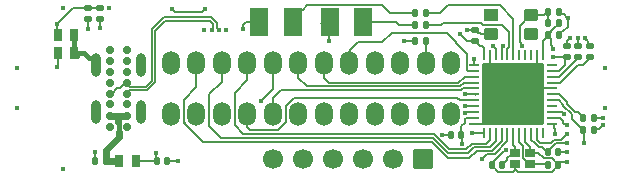
<source format=gbl>
G04*
G04 #@! TF.GenerationSoftware,Altium Limited,Altium Designer,25.5.2 (35)*
G04*
G04 Layer_Physical_Order=4*
G04 Layer_Color=16711680*
%FSLAX44Y44*%
%MOMM*%
G71*
G04*
G04 #@! TF.SameCoordinates,128D8583-6615-4204-B1AC-86CD56F38C64*
G04*
G04*
G04 #@! TF.FilePolarity,Positive*
G04*
G01*
G75*
%ADD11C,0.1500*%
%ADD20C,0.4000*%
%ADD21C,0.6000*%
%ADD24O,1.5000X2.0000*%
%ADD25O,0.8000X2.0000*%
%ADD26C,0.7000*%
G04:AMPARAMS|DCode=27|XSize=1.7mm|YSize=1.7mm|CornerRadius=0.05mm|HoleSize=0mm|Usage=FLASHONLY|Rotation=180.000|XOffset=0mm|YOffset=0mm|HoleType=Round|Shape=RoundedRectangle|*
%AMROUNDEDRECTD27*
21,1,1.7000,1.6000,0,0,180.0*
21,1,1.6000,1.7000,0,0,180.0*
1,1,0.1000,-0.8000,0.8000*
1,1,0.1000,0.8000,0.8000*
1,1,0.1000,0.8000,-0.8000*
1,1,0.1000,-0.8000,-0.8000*
%
%ADD27ROUNDEDRECTD27*%
%ADD28C,1.7000*%
%ADD29C,0.5000*%
%ADD30C,0.4500*%
G04:AMPARAMS|DCode=32|XSize=0.72mm|YSize=0.99mm|CornerRadius=0.09mm|HoleSize=0mm|Usage=FLASHONLY|Rotation=180.000|XOffset=0mm|YOffset=0mm|HoleType=Round|Shape=RoundedRectangle|*
%AMROUNDEDRECTD32*
21,1,0.7200,0.8100,0,0,180.0*
21,1,0.5400,0.9900,0,0,180.0*
1,1,0.1800,-0.2700,0.4050*
1,1,0.1800,0.2700,0.4050*
1,1,0.1800,0.2700,-0.4050*
1,1,0.1800,-0.2700,-0.4050*
%
%ADD32ROUNDEDRECTD32*%
G04:AMPARAMS|DCode=33|XSize=0.55mm|YSize=0.6mm|CornerRadius=0.0688mm|HoleSize=0mm|Usage=FLASHONLY|Rotation=0.000|XOffset=0mm|YOffset=0mm|HoleType=Round|Shape=RoundedRectangle|*
%AMROUNDEDRECTD33*
21,1,0.5500,0.4625,0,0,0.0*
21,1,0.4125,0.6000,0,0,0.0*
1,1,0.1375,0.2063,-0.2313*
1,1,0.1375,-0.2063,-0.2313*
1,1,0.1375,-0.2063,0.2313*
1,1,0.1375,0.2063,0.2313*
%
%ADD33ROUNDEDRECTD33*%
G04:AMPARAMS|DCode=34|XSize=0.55mm|YSize=0.6mm|CornerRadius=0.0688mm|HoleSize=0mm|Usage=FLASHONLY|Rotation=90.000|XOffset=0mm|YOffset=0mm|HoleType=Round|Shape=RoundedRectangle|*
%AMROUNDEDRECTD34*
21,1,0.5500,0.4625,0,0,90.0*
21,1,0.4125,0.6000,0,0,90.0*
1,1,0.1375,0.2313,0.2063*
1,1,0.1375,0.2313,-0.2063*
1,1,0.1375,-0.2313,-0.2063*
1,1,0.1375,-0.2313,0.2063*
%
%ADD34ROUNDEDRECTD34*%
G04:AMPARAMS|DCode=35|XSize=0.25mm|YSize=0.85mm|CornerRadius=0.05mm|HoleSize=0mm|Usage=FLASHONLY|Rotation=180.000|XOffset=0mm|YOffset=0mm|HoleType=Round|Shape=RoundedRectangle|*
%AMROUNDEDRECTD35*
21,1,0.2500,0.7500,0,0,180.0*
21,1,0.1500,0.8500,0,0,180.0*
1,1,0.1000,-0.0750,0.3750*
1,1,0.1000,0.0750,0.3750*
1,1,0.1000,0.0750,-0.3750*
1,1,0.1000,-0.0750,-0.3750*
%
%ADD35ROUNDEDRECTD35*%
G04:AMPARAMS|DCode=36|XSize=0.25mm|YSize=0.85mm|CornerRadius=0.05mm|HoleSize=0mm|Usage=FLASHONLY|Rotation=90.000|XOffset=0mm|YOffset=0mm|HoleType=Round|Shape=RoundedRectangle|*
%AMROUNDEDRECTD36*
21,1,0.2500,0.7500,0,0,90.0*
21,1,0.1500,0.8500,0,0,90.0*
1,1,0.1000,0.3750,0.0750*
1,1,0.1000,0.3750,-0.0750*
1,1,0.1000,-0.3750,-0.0750*
1,1,0.1000,-0.3750,0.0750*
%
%ADD36ROUNDEDRECTD36*%
G04:AMPARAMS|DCode=37|XSize=5.2mm|YSize=5.2mm|CornerRadius=0.05mm|HoleSize=0mm|Usage=FLASHONLY|Rotation=180.000|XOffset=0mm|YOffset=0mm|HoleType=Round|Shape=RoundedRectangle|*
%AMROUNDEDRECTD37*
21,1,5.2000,5.1000,0,0,180.0*
21,1,5.1000,5.2000,0,0,180.0*
1,1,0.1000,-2.5500,2.5500*
1,1,0.1000,2.5500,2.5500*
1,1,0.1000,2.5500,-2.5500*
1,1,0.1000,-2.5500,-2.5500*
%
%ADD37ROUNDEDRECTD37*%
G04:AMPARAMS|DCode=38|XSize=0.2mm|YSize=0.6mm|CornerRadius=0.05mm|HoleSize=0mm|Usage=FLASHONLY|Rotation=270.000|XOffset=0mm|YOffset=0mm|HoleType=Round|Shape=RoundedRectangle|*
%AMROUNDEDRECTD38*
21,1,0.2000,0.5000,0,0,270.0*
21,1,0.1000,0.6000,0,0,270.0*
1,1,0.1000,-0.2500,-0.0500*
1,1,0.1000,-0.2500,0.0500*
1,1,0.1000,0.2500,0.0500*
1,1,0.1000,0.2500,-0.0500*
%
%ADD38ROUNDEDRECTD38*%
G04:AMPARAMS|DCode=39|XSize=0.775mm|YSize=0.675mm|CornerRadius=0.0338mm|HoleSize=0mm|Usage=FLASHONLY|Rotation=0.000|XOffset=0mm|YOffset=0mm|HoleType=Round|Shape=RoundedRectangle|*
%AMROUNDEDRECTD39*
21,1,0.7750,0.6075,0,0,0.0*
21,1,0.7075,0.6750,0,0,0.0*
1,1,0.0675,0.3538,-0.3038*
1,1,0.0675,-0.3538,-0.3038*
1,1,0.0675,-0.3538,0.3038*
1,1,0.0675,0.3538,0.3038*
%
%ADD39ROUNDEDRECTD39*%
G04:AMPARAMS|DCode=40|XSize=1.15mm|YSize=1.05mm|CornerRadius=0.1313mm|HoleSize=0mm|Usage=FLASHONLY|Rotation=0.000|XOffset=0mm|YOffset=0mm|HoleType=Round|Shape=RoundedRectangle|*
%AMROUNDEDRECTD40*
21,1,1.1500,0.7875,0,0,0.0*
21,1,0.8875,1.0500,0,0,0.0*
1,1,0.2625,0.4438,-0.3938*
1,1,0.2625,-0.4438,-0.3938*
1,1,0.2625,-0.4438,0.3938*
1,1,0.2625,0.4438,0.3938*
%
%ADD40ROUNDEDRECTD40*%
G04:AMPARAMS|DCode=41|XSize=1.6mm|YSize=2.4mm|CornerRadius=0.05mm|HoleSize=0mm|Usage=FLASHONLY|Rotation=0.000|XOffset=0mm|YOffset=0mm|HoleType=Round|Shape=RoundedRectangle|*
%AMROUNDEDRECTD41*
21,1,1.6000,2.3000,0,0,0.0*
21,1,1.5000,2.4000,0,0,0.0*
1,1,0.1000,0.7500,-1.1500*
1,1,0.1000,-0.7500,-1.1500*
1,1,0.1000,-0.7500,1.1500*
1,1,0.1000,0.7500,1.1500*
%
%ADD41ROUNDEDRECTD41*%
%ADD42R,1.1500X1.0500*%
%ADD43C,0.4897*%
%ADD44C,0.2000*%
D11*
X234000Y23849D02*
Y24750D01*
X224000D02*
X226000Y26750D01*
X210484Y5000D02*
X225734Y20250D01*
X205500Y10000D02*
X210151D01*
X224000Y23849D02*
Y24750D01*
X226000Y26750D02*
X226250D01*
X225734Y20250D02*
X230401D01*
X234000Y23849D01*
X210151Y10000D02*
X224000Y23849D01*
X214688Y19927D02*
Y25187D01*
X214562Y25312D02*
X214688Y25187D01*
X205500Y15000D02*
X209760D01*
X214688Y19927D01*
X196250Y28000D02*
Y40500D01*
X171250Y-5000D02*
X191250Y15000D01*
Y28000D01*
X161636Y54000D02*
X167500Y48136D01*
Y34886D02*
Y48136D01*
X159700Y70500D02*
X171250Y58950D01*
Y28000D02*
Y58950D01*
X166250Y33636D02*
X167500Y34886D01*
X166250Y28000D02*
Y33636D01*
X162500Y35438D02*
Y36250D01*
X161250Y34188D02*
X162500Y35438D01*
X161250Y28000D02*
Y34188D01*
X153750Y36250D02*
X156250Y33750D01*
Y28000D02*
Y33750D01*
X152452Y19048D02*
X152500D01*
X151250Y20250D02*
X152452Y19048D01*
X151250Y20250D02*
Y28000D01*
X138750Y40500D02*
X139000D01*
X143250Y36250D01*
X144250D01*
X146250Y34250D01*
Y28000D02*
Y34250D01*
X216500Y-13393D02*
Y-11740D01*
X209760Y-5000D02*
X216500Y-11740D01*
X204250Y-5000D02*
X209760D01*
X204250Y-5000D02*
X204250Y-5000D01*
X213500Y-14636D02*
Y-13740D01*
X209760Y-10000D02*
X213500Y-13740D01*
X204250Y-10000D02*
X209760D01*
X191250Y-43510D02*
X193740Y-46000D01*
X191250Y-43510D02*
Y-38000D01*
X189870Y-46380D02*
X192740Y-49250D01*
X189120Y-46380D02*
X189870D01*
X186250Y-43510D02*
X189120Y-46380D01*
X186250Y-43510D02*
Y-38000D01*
X186250Y-38000D02*
X186250Y-38000D01*
X185125Y-54630D02*
X185397Y-54358D01*
Y-49500D01*
X181250Y-45353D02*
X185397Y-49500D01*
X181250Y-45353D02*
Y-38000D01*
X181331Y-60255D02*
X182500Y-61424D01*
X180666Y-60255D02*
X181331D01*
X179252Y-58842D02*
X180666Y-60255D01*
X179252Y-58842D02*
Y-50418D01*
X179252Y-50418D02*
X179252Y-50418D01*
X179252Y-50418D02*
Y-48647D01*
X176250Y-45644D02*
X179252Y-48647D01*
X176250Y-45644D02*
Y-38000D01*
X171250Y-47870D02*
X172880Y-49500D01*
X171250Y-47870D02*
Y-38000D01*
Y-45188D02*
Y-38000D01*
X155260Y-55750D02*
X166250Y-44760D01*
Y-38000D01*
X153260Y-52750D02*
X161250Y-44760D01*
Y-38000D01*
X151260Y-49750D02*
X156250Y-44760D01*
Y-38000D01*
X148010Y-46750D02*
X151250Y-43510D01*
Y-38000D01*
X151250Y-38000D01*
X145750Y-38000D02*
X146250Y-38500D01*
X136250Y-38000D02*
X145750D01*
X146250Y-39125D02*
Y-38500D01*
X138000Y20500D02*
Y25000D01*
X138500Y20000D02*
X139500D01*
X138000Y20500D02*
X138500Y20000D01*
X127139Y-32225D02*
X130000Y-29364D01*
Y-26143D01*
X130879Y-25265D01*
X139235D01*
X130500Y-20500D02*
X131000Y-20000D01*
X139500D01*
X131000Y-15000D02*
X139000D01*
X139000Y-15000D01*
X130500Y-14500D02*
X131000Y-15000D01*
X125753Y-10000D02*
X139500D01*
X123466Y-7713D02*
X125753Y-10000D01*
X127139Y-39125D02*
Y-32225D01*
X130500Y-5000D02*
X139000D01*
X131708Y15879D02*
Y29307D01*
Y15879D02*
X132587Y15000D01*
X139500D01*
X122500Y38516D02*
Y39007D01*
X114757Y46750D02*
X122500Y39007D01*
Y38516D02*
X131708Y29307D01*
X205500Y5000D02*
X210484D01*
X234000Y24750D02*
X236000Y26750D01*
X205500Y-20000D02*
X212121D01*
X214121Y-22000D02*
X214500D01*
X212121Y-20000D02*
X214121Y-22000D01*
X211010Y-25000D02*
X213500Y-27490D01*
X205500Y-25000D02*
X205500Y-25000D01*
X213500Y-28879D02*
Y-27490D01*
Y-28879D02*
X215871Y-31250D01*
X216250D01*
X205500Y-25000D02*
X211010D01*
X223357Y-20250D02*
X226000D01*
X220750Y-25901D02*
Y-21886D01*
X216500Y-13393D02*
X223357Y-20250D01*
X213500Y-14636D02*
X220750Y-21886D01*
X227600Y-32750D02*
X228500D01*
X230500Y-34750D01*
X220750Y-25901D02*
X227600Y-32750D01*
X230500Y-35000D02*
Y-34750D01*
Y-35000D02*
X230875Y-35375D01*
X226000Y-20250D02*
X231000Y-25250D01*
X126161Y46250D02*
X126338D01*
X132088Y40500D01*
X138750D01*
X-157253Y4500D02*
X-156000D01*
X-161754Y-1D02*
X-157253Y4500D01*
X-164248Y-1D02*
X-161754D01*
X-168747Y-4500D02*
X-164248Y-1D01*
X-170000Y-4500D02*
X-168747D01*
X-156000D02*
X-153000Y-1500D01*
X-138885D01*
X-132000Y5385D01*
Y49000D01*
X-123750Y57250D01*
X-112350D01*
X-156000Y4500D02*
X-153000Y1500D01*
X-140127D01*
X-135000Y6627D01*
Y50243D01*
X-124993Y60250D01*
X-112350D01*
X-82750Y50743D02*
Y54257D01*
X232250Y41997D02*
X234126Y40121D01*
Y37750D02*
Y40121D01*
Y37750D02*
X236126Y35750D01*
X236250D01*
X-84152Y49340D02*
X-82750Y50743D01*
X232250Y41997D02*
Y42500D01*
X-95650Y57250D02*
X-85743D01*
X-96150Y56750D02*
X-95650Y57250D01*
X-85743D02*
X-82750Y54257D01*
X-99900Y56750D02*
X-96150D01*
X-112350Y57250D02*
X-111850Y56750D01*
X-108100D02*
X-99900D01*
X-111850D02*
X-108100D01*
X-79750Y51554D02*
Y55500D01*
Y51554D02*
X-78152Y49957D01*
X226250Y35750D02*
Y42500D01*
X-78152Y49340D02*
Y49957D01*
X-99900Y60750D02*
X-99900Y60750D01*
X-96150D01*
X-95650Y60250D02*
X-84500D01*
X-96150Y60750D02*
X-95650Y60250D01*
X-112350Y60250D02*
X-111850Y60750D01*
X-108100D02*
X-99900D01*
X-111850D02*
X-108100D01*
X-84500Y60250D02*
X-79750Y55500D01*
X-178750Y50750D02*
Y58750D01*
X97216Y21463D02*
X97250Y21497D01*
Y39750D01*
X60316Y39000D02*
X68066Y46750D01*
X114757D01*
X72033Y56000D02*
X74283Y53750D01*
X88250D01*
X44250Y56000D02*
X72033D01*
X97250Y53750D02*
X109982D01*
X109316Y63750D02*
X116066Y70500D01*
X97250Y63750D02*
X109316D01*
X116066Y70500D02*
X159700D01*
X66500Y63750D02*
X88250D01*
X32446Y21463D02*
X33230Y22247D01*
Y32834D01*
X39396Y39000D01*
X60316D01*
X109982Y53750D02*
X111982Y55750D01*
X143965D01*
X-131000Y-54500D02*
X-131000Y-61500D01*
X209500Y54750D02*
Y56000D01*
X200000Y-53500D02*
X207250Y-46250D01*
X127389Y-46996D02*
Y-39000D01*
X-131000Y-61500D02*
Y-61500D01*
X-107322Y-29645D02*
X-91729Y-45238D01*
X102153D01*
X116165Y-59250D01*
X133699D01*
X-107000Y-29645D02*
Y-29323D01*
X-76669Y-41744D02*
X102902D01*
X-57451Y-38500D02*
X103900D01*
X-86299Y-32115D02*
X-76669Y-41744D01*
X102902D02*
X115783Y-54625D01*
X103900Y-38500D02*
X117025Y-51625D01*
X-64709Y-31242D02*
X-57451Y-38500D01*
X-64709Y-31242D02*
Y-3459D01*
X117025Y-51625D02*
X131018D01*
X115783Y-54625D02*
X132659D01*
X-86299Y-32115D02*
Y-5049D01*
X140199Y-52750D02*
X153260D01*
X133699Y-59250D02*
X140199Y-52750D01*
X132659Y-54625D02*
X137534Y-49750D01*
X131018Y-51625D02*
X135893Y-46750D01*
X144750Y-60000D02*
X149000Y-55750D01*
X155260D01*
X138750Y49500D02*
X139000D01*
X141500Y47000D01*
X142901D01*
X143651Y46250D01*
X152500D01*
X161636Y54000D02*
X161636Y54000D01*
X145715Y54000D02*
X161636D01*
X143965Y55750D02*
X145715Y54000D01*
X-97094Y1323D02*
Y21463D01*
X-107889Y-9472D02*
X-97094Y1323D01*
X-107889Y-28435D02*
Y-9472D01*
Y-28435D02*
X-107000Y-29323D01*
X139235Y-25265D02*
X139500Y-25000D01*
Y-30000D02*
X147500D01*
X-53914Y-33086D02*
X-51787Y-35213D01*
X-28308D01*
X-53914Y-33086D02*
Y-21463D01*
X-28308Y-35213D02*
X-21529Y-28435D01*
X-14750Y-7713D02*
X123466D01*
X139000Y-5000D02*
X139750Y-5750D01*
X-21529Y-28435D02*
Y-14492D01*
X-14750Y-7713D01*
X-32324Y-8074D02*
X-25537Y-1287D01*
X127194D01*
X-32324Y-21463D02*
Y-8074D01*
X128481Y0D02*
X139500D01*
X127194Y-1287D02*
X128481Y0D01*
X-53914Y7336D02*
Y21463D01*
X-64709Y-3459D02*
X-53914Y7336D01*
X-75504Y5746D02*
Y21463D01*
X-86299Y-5049D02*
X-75504Y5746D01*
X129238Y5000D02*
X139500D01*
X125951Y1713D02*
X129238Y5000D01*
X10856Y9213D02*
X15356Y4713D01*
X129996Y10000D02*
X139500D01*
X131750Y49500D02*
X138750D01*
X-57500Y54000D02*
X-55250Y56250D01*
X-57500Y50250D02*
Y54000D01*
X-55250Y56250D02*
X-45750D01*
X-214750Y54750D02*
X-201750Y67750D01*
X-178750D01*
X-183000Y-61500D02*
Y-53500D01*
X216250Y40000D02*
X218750Y42500D01*
X216250Y35750D02*
Y40000D01*
X200500Y55000D02*
Y65000D01*
X185500Y61750D02*
X197500D01*
X200500Y64750D01*
X205000Y33750D02*
Y34379D01*
X200500Y44750D02*
X203000Y42250D01*
Y36379D02*
Y42250D01*
Y36379D02*
X205000Y34379D01*
X165549Y-70438D02*
X171183D01*
X158500Y-70500D02*
X165486D01*
X165549Y-70438D01*
X172880Y-68741D02*
Y-64375D01*
X153000Y-65000D02*
X158500Y-70500D01*
X171183Y-70438D02*
X172880Y-68741D01*
X185125Y-64375D02*
X199875D01*
X182500Y-61750D02*
Y-61424D01*
Y-61750D02*
X185125Y-64375D01*
X185125Y-54630D02*
X192320D01*
X174879Y-70500D02*
X187158D01*
X173000Y-68621D02*
X174879Y-70500D01*
X187158Y-70438D02*
X203812D01*
X155000Y-62500D02*
Y-61099D01*
X163025Y-53074D02*
X164426D01*
X209000Y-64750D02*
X211031Y-62719D01*
X195740Y-49250D02*
X199995Y-53505D01*
X192740Y-49250D02*
X195740D01*
X193740Y-46000D02*
X203258D01*
X206007Y-43250D01*
X211750D02*
X216250Y-38750D01*
X207250Y-46250D02*
X216250D01*
X199995Y-53505D02*
Y-53505D01*
X205750Y-33750D02*
X206250Y-34250D01*
Y-38750D02*
Y-34250D01*
X205750Y-33750D02*
Y-30750D01*
X230875Y-45875D02*
X231250Y-46250D01*
X236000Y26750D02*
X236250D01*
X200500Y44750D02*
Y45000D01*
X196250Y40500D02*
X200500Y44750D01*
X201250Y46000D02*
X203324Y48074D01*
X230875Y-45875D02*
Y-35375D01*
X205000Y26750D02*
X216250D01*
X205500Y15000D02*
X205500Y15000D01*
X209500Y45750D02*
X210000D01*
X209500Y64750D02*
X211500Y62750D01*
X213938D01*
X206007Y-43250D02*
X211750D01*
X-148500Y-61500D02*
X-131000D01*
X59750Y70500D02*
X66500Y63750D01*
X-32324Y-824D02*
Y21463D01*
X-42250Y-10750D02*
X-32324Y-824D01*
X-10734Y9213D02*
X-3234Y1713D01*
X124708Y4713D02*
X129996Y10000D01*
X137534Y-49750D02*
X151260D01*
X135893Y-46750D02*
X148010D01*
X166121Y-58778D02*
X167649Y-57250D01*
X170260D01*
X215781Y-62719D02*
X216250Y-62250D01*
X153000Y-65000D02*
Y-64750D01*
X164426Y-53074D02*
X165000Y-52500D01*
X155000Y-61099D02*
X163025Y-53074D01*
X153000Y-64500D02*
X155000Y-62500D01*
X211031Y-62719D02*
X215781D01*
X196815Y-59125D02*
X203875D01*
X209250Y-64500D01*
Y-65000D02*
Y-64500D01*
X192320Y-54630D02*
X196815Y-59125D01*
X203812Y-70438D02*
X209250Y-65000D01*
X199875Y-64375D02*
X200250Y-64750D01*
X172880Y-54630D02*
Y-49500D01*
X162000Y-64500D02*
X166121Y-60379D01*
X170260Y-57250D02*
X172880Y-54630D01*
X166121Y-60379D02*
Y-58778D01*
X162000Y-64750D02*
Y-64500D01*
X207500Y52750D02*
X209500Y54750D01*
X203324Y49016D02*
X207057Y52750D01*
X203324Y48074D02*
Y49016D01*
X207057Y52750D02*
X207500D01*
X200500Y46000D02*
X201250D01*
X110889Y-39125D02*
X118139D01*
X217500Y52349D02*
Y60000D01*
X209500Y64750D02*
Y66500D01*
X210000Y45750D02*
X212500Y48250D01*
X213401D01*
X216688Y60000D02*
X217500D01*
X213401Y48250D02*
X217500Y52349D01*
X213938Y62750D02*
X216688Y60000D01*
X-8961Y66621D02*
X-7121D01*
X-3243Y70500D01*
X59750D01*
X-8961Y66621D02*
X-7671D01*
X178750Y36250D02*
Y37062D01*
X176500Y52750D02*
X185500Y61750D01*
X-3234Y1713D02*
X125951D01*
X15356Y4713D02*
X124708D01*
X176500Y39312D02*
X178750Y37062D01*
X176500Y39312D02*
Y52750D01*
X-17250Y56250D02*
Y59621D01*
X-10250Y66621D01*
X-8961D01*
X-10734Y9213D02*
Y21463D01*
X10856Y9213D02*
Y21463D01*
D20*
X-182300Y20000D02*
Y24223D01*
X-184148Y26071D02*
X-182300Y24223D01*
X-188371Y26071D02*
X-184148D01*
X-192300Y30000D02*
X-188371Y26071D01*
X-200850Y30000D02*
X-192300D01*
X-163000Y-36814D02*
Y-29601D01*
X-199250Y27050D02*
X-197900D01*
X-200850Y28650D02*
X-199250Y27050D01*
X-200850Y28650D02*
Y30000D01*
Y45000D01*
D21*
X-163250Y-23250D02*
X-163000Y-23000D01*
X-163250Y-27936D02*
Y-23250D01*
X-163000Y-41038D02*
Y-36814D01*
X-170000Y-23000D02*
X-163000D01*
X-156000D01*
X-174000Y-52038D02*
X-163000Y-41038D01*
X-174000Y-61500D02*
Y-52038D01*
X-174000Y-61500D02*
X-162400D01*
X-174000Y-61500D02*
X-174000Y-61500D01*
D24*
X-118684Y21463D02*
D03*
X-97094D02*
D03*
X-75504D02*
D03*
X-53914D02*
D03*
X-32324D02*
D03*
X-10734D02*
D03*
X10856D02*
D03*
X32446D02*
D03*
X54036D02*
D03*
X75626D02*
D03*
X97216D02*
D03*
X118806D02*
D03*
X-118684Y-21463D02*
D03*
X-97094D02*
D03*
X-75504D02*
D03*
X-53914D02*
D03*
X-32324D02*
D03*
X-10734D02*
D03*
X10856D02*
D03*
X32446D02*
D03*
X54036D02*
D03*
X75626D02*
D03*
X97216D02*
D03*
X118806D02*
D03*
D25*
X-182300Y-20000D02*
D03*
Y20000D02*
D03*
X-143700D02*
D03*
Y-20000D02*
D03*
D26*
X-156000Y-32500D02*
D03*
Y-23000D02*
D03*
Y-13500D02*
D03*
Y-4500D02*
D03*
Y4500D02*
D03*
Y13500D02*
D03*
Y23000D02*
D03*
Y32500D02*
D03*
X-170000D02*
D03*
Y23000D02*
D03*
Y13500D02*
D03*
Y4500D02*
D03*
Y-4500D02*
D03*
Y-13500D02*
D03*
Y-23000D02*
D03*
Y-32500D02*
D03*
D27*
X95000Y-59750D02*
D03*
D28*
X-32000D02*
D03*
X69600Y-59750D02*
D03*
X44200Y-59750D02*
D03*
X18800Y-59750D02*
D03*
X-6600Y-59750D02*
D03*
D29*
X171250Y-5000D02*
D03*
D30*
X136250Y-38000D02*
D03*
X138000Y25000D02*
D03*
X130500Y-20500D02*
D03*
Y-14500D02*
D03*
Y-5000D02*
D03*
X214500Y-22000D02*
D03*
X126161Y46250D02*
D03*
X232250Y42500D02*
D03*
X-84152Y49340D02*
D03*
X226250Y42500D02*
D03*
X-78152Y49340D02*
D03*
X78500Y40000D02*
D03*
X-209878Y-68250D02*
D03*
Y68250D02*
D03*
X-248628Y17000D02*
D03*
Y-17000D02*
D03*
X248628Y-17000D02*
D03*
X248750Y17000D02*
D03*
X-171000Y67750D02*
D03*
X-90402Y49340D02*
D03*
X-71902Y49340D02*
D03*
X144750Y-60000D02*
D03*
X131750Y49500D02*
D03*
X-90000Y67250D02*
D03*
X-118000D02*
D03*
X-57500Y50250D02*
D03*
X15500Y40000D02*
D03*
X-183000Y-53500D02*
D03*
X162500Y36250D02*
D03*
X218750Y42500D02*
D03*
X216250Y-62250D02*
D03*
X247500Y-31250D02*
D03*
Y-25000D02*
D03*
X205000Y33750D02*
D03*
Y26750D02*
D03*
X217500Y60000D02*
D03*
X153750Y36250D02*
D03*
X178750D02*
D03*
X165000Y-52500D02*
D03*
X206250Y-38750D02*
D03*
X231250Y-46250D02*
D03*
X216250Y-31250D02*
D03*
Y-53750D02*
D03*
Y-46250D02*
D03*
Y-38750D02*
D03*
X-214750Y18000D02*
D03*
Y54750D02*
D03*
X-113000Y-61500D02*
D03*
X-178750Y50750D02*
D03*
X-189300Y50674D02*
D03*
X-42250Y-10750D02*
D03*
X-131000Y-54500D02*
D03*
X127389Y-47125D02*
D03*
X110889Y-39125D02*
D03*
D32*
X-200850Y30000D02*
D03*
X-214650D02*
D03*
Y45000D02*
D03*
X-200850D02*
D03*
X-162400Y-61500D02*
D03*
X-148500D02*
D03*
D33*
X209250Y-64750D02*
D03*
X200250D02*
D03*
X153000Y-64750D02*
D03*
X162000D02*
D03*
X118139Y-39125D02*
D03*
X127139D02*
D03*
X209500Y65000D02*
D03*
X200500D02*
D03*
X209500Y45000D02*
D03*
X200500D02*
D03*
X-183000Y-61500D02*
D03*
X-174000D02*
D03*
X209250Y-53500D02*
D03*
X200250D02*
D03*
X239500Y-25000D02*
D03*
X230500D02*
D03*
X-121750Y-61500D02*
D03*
X-130750D02*
D03*
X239500Y-35000D02*
D03*
X230500D02*
D03*
X97250Y53750D02*
D03*
X88250D02*
D03*
Y63750D02*
D03*
X97250D02*
D03*
X200500Y55000D02*
D03*
X209500D02*
D03*
X97250Y39750D02*
D03*
X88250D02*
D03*
D34*
X138750Y49500D02*
D03*
Y40500D02*
D03*
X216250Y35750D02*
D03*
Y26750D02*
D03*
X-189000Y67750D02*
D03*
Y58750D02*
D03*
X-178750D02*
D03*
Y67750D02*
D03*
X236250Y26750D02*
D03*
Y35750D02*
D03*
X226250D02*
D03*
Y26750D02*
D03*
D35*
X146250Y-38000D02*
D03*
X196250Y-38000D02*
D03*
X191250Y-38000D02*
D03*
X171250Y-38000D02*
D03*
X166250Y-38000D02*
D03*
X161250Y-38000D02*
D03*
X156250Y-38000D02*
D03*
X151250D02*
D03*
X156250Y28000D02*
D03*
X161250Y28000D02*
D03*
X166250Y28000D02*
D03*
X171250D02*
D03*
X176250D02*
D03*
X181250Y28000D02*
D03*
X186250Y28000D02*
D03*
X191250Y28000D02*
D03*
X151250D02*
D03*
X181250Y-38000D02*
D03*
X176250Y-38000D02*
D03*
X196250Y28000D02*
D03*
X146250D02*
D03*
X186250Y-38000D02*
D03*
D36*
X204250Y20000D02*
D03*
X204250Y10000D02*
D03*
X204250Y5000D02*
D03*
X204250Y-5000D02*
D03*
X204250Y-15000D02*
D03*
X204250Y-20000D02*
D03*
X204250Y-25000D02*
D03*
Y-30000D02*
D03*
X138250Y-20000D02*
D03*
X138250Y-15000D02*
D03*
X138250Y-10000D02*
D03*
X138250Y-5000D02*
D03*
X138250Y0D02*
D03*
Y5000D02*
D03*
X138250Y10000D02*
D03*
Y15000D02*
D03*
X138250Y20000D02*
D03*
X138250Y-30000D02*
D03*
X204250Y-0D02*
D03*
X138250Y-25000D02*
D03*
X204250Y-10000D02*
D03*
X204250Y15000D02*
D03*
D37*
X171250Y-5000D02*
D03*
D38*
X-99900Y64750D02*
D03*
X-99900Y60750D02*
D03*
X-99900Y56750D02*
D03*
X-108100Y64750D02*
D03*
X-108100Y60750D02*
D03*
X-108100Y56750D02*
D03*
D39*
X185625Y-54630D02*
D03*
X185625Y-64375D02*
D03*
X172880Y-64375D02*
D03*
X172880Y-54630D02*
D03*
D40*
X152500Y46250D02*
D03*
X186000D02*
D03*
Y61750D02*
D03*
D41*
X15750Y56000D02*
D03*
X-44250D02*
D03*
X-15750Y56000D02*
D03*
X44250D02*
D03*
D42*
X152500Y61750D02*
D03*
D43*
X-163250Y-29351D02*
Y-27936D01*
Y-29351D02*
X-163000Y-29601D01*
D44*
X78750Y39750D02*
X88250D01*
X78500Y40000D02*
X78750Y39750D01*
X-99900Y64750D02*
X-92500D01*
X-90000Y67250D01*
X-118000D02*
X-115500Y64750D01*
X-108100D01*
X-99900D01*
X15404Y40096D02*
X15500Y40000D01*
X15404Y40096D02*
Y55654D01*
X15329Y55578D02*
X15750Y56000D01*
X8750Y55578D02*
X15329D01*
X15404Y55654D02*
X15750Y56000D01*
X172250Y-5000D02*
X177500Y-0D01*
X205500D01*
X244078Y-34672D02*
X247500Y-31250D01*
X239828Y-34672D02*
X244078D01*
X239500Y-35000D02*
X239828Y-34672D01*
X239500Y-25000D02*
X247500D01*
X209404Y-53654D02*
X216154D01*
X216250Y-53750D01*
X209250Y-53500D02*
X209404Y-53654D01*
X-214750Y18000D02*
X-214650Y18100D01*
Y30000D01*
X-214750Y45100D02*
Y54750D01*
Y45100D02*
X-214650Y45000D01*
X-113000Y-61500D02*
X-113000Y-61500D01*
X-121750Y-61500D02*
X-113000D01*
X-189300Y58450D02*
X-189000Y58750D01*
X-189300Y50674D02*
Y58450D01*
M02*

</source>
